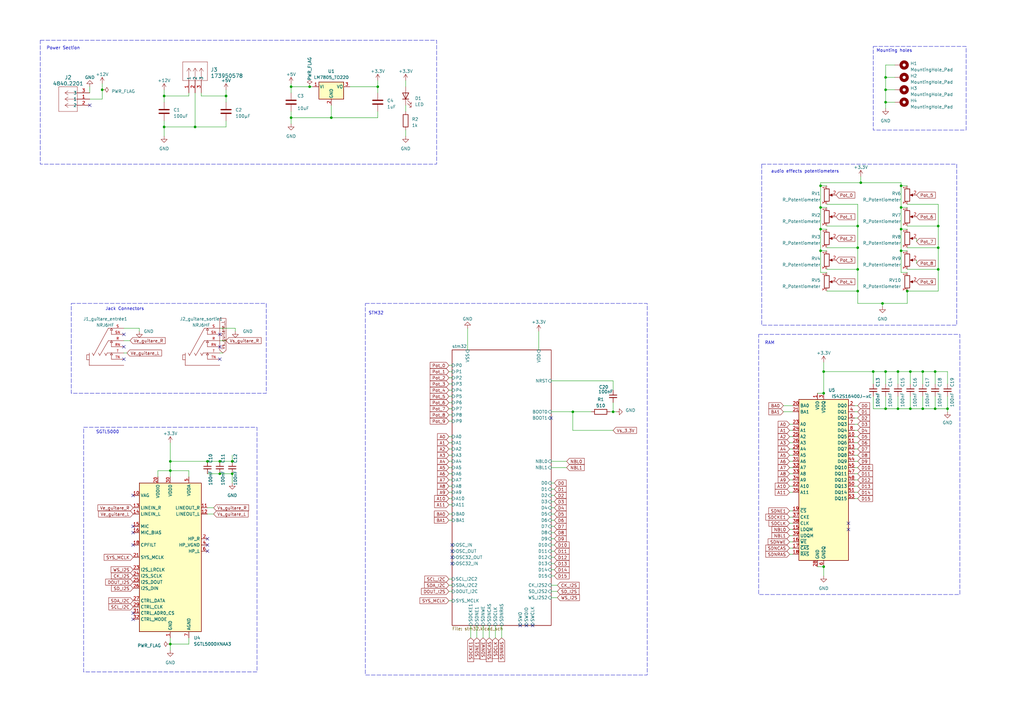
<source format=kicad_sch>
(kicad_sch (version 20230121) (generator eeschema)
  (paper "A3")
  (title_block (title "Schéma electrique de la pédale multi-effets") (date "2023-10-17") (company "PME - ENSEA") (comment 1 "Camille LANFREDI") (comment 2 "Jolan Thomasset") (comment 3 "Luca Crosetto"))
  (lib_symbols
    (symbol "2023-11-07_22-49-07:4840.2201" (pin_names (offset 0.254))
      (property "Reference" "J" (at 8.89 6.35 0))
      (property "Value" "4840.2201" (at 0 0 0))
      (symbol "4840.2201_1_1"
        (pin unspecified line (at 0 -2.54 0) (length 5.08) (name "1") (number "1"))
        (pin unspecified line (at 0 0 0) (length 5.08) (name "2") (number "2"))
        (pin unspecified line (at 0 -5.08 0) (length 5.08) (name "3") (number "3"))
      )
      (symbol "4840.2201_1_2"
        (pin unspecified line (at 0 -2.54 0) (length 5.08) (name "1") (number "1"))
        (pin unspecified line (at 0 0 0) (length 5.08) (name "2") (number "2"))
        (pin unspecified line (at 0 -5.08 0) (length 5.08) (name "3") (number "3"))
      )
    )
    (symbol "Audio:SGTL5000XNAA3"
      (property "Reference" "U" (at 0 0 0))
      (property "Value" "SGTL5000XNAA3" (at -7.62 -31.75 0))
      (symbol "SGTL5000XNAA3_1_1"
        (pin power_in line (at 0 -33.02 90) (length 2.54) (name "GND") (number "1"))
        (pin passive line (at -15.24 25.4 0) (length 2.54) (name "VAG") (number "10"))
        (pin output line (at 15.24 20.32 180) (length 2.54) (name "LINEOUT_R") (number "11"))
        (pin output line (at 15.24 17.78 180) (length 2.54) (name "LINEOUT_L") (number "12"))
        (pin input line (at -15.24 20.32 0) (length 2.54) (name "LINEIN_R") (number "13"))
        (pin input line (at -15.24 17.78 0) (length 2.54) (name "LINEIN_L") (number "14"))
        (pin input line (at -15.24 12.7 0) (length 2.54) (name "MIC") (number "15"))
        (pin input line (at -15.24 10.16 0) (length 2.54) (name "MIC_BIAS") (number "16"))
        (pin no_connect line (at 10.16 -20.32 0) (length 2.54) hide (name "NC") (number "17"))
        (pin input line (at -15.24 5.08 0) (length 2.54) (name "CPFILT") (number "18"))
        (pin no_connect line (at 10.16 -2.54 0) (length 2.54) hide (name "NC") (number "19"))
        (pin output line (at 15.24 7.62 180) (length 2.54) (name "HP_R") (number "2"))
        (pin power_in line (at -5.08 33.02 270) (length 2.54) (name "VDDIO") (number "20"))
        (pin input line (at -15.24 0 0) (length 2.54) (name "SYS_MCLK") (number "21"))
        (pin no_connect line (at 10.16 -5.08 0) (length 2.54) hide (name "NC") (number "22"))
        (pin input line (at -15.24 -5.08 0) (length 2.54) (name "I2S_LRCLK") (number "23"))
        (pin input line (at -15.24 -7.62 0) (length 2.54) (name "I2S_SCLK") (number "24"))
        (pin output line (at -15.24 -10.16 0) (length 2.54) (name "I2S_DOUT") (number "25"))
        (pin input line (at -15.24 -12.7 0) (length 2.54) (name "I2S_DIN") (number "26"))
        (pin input line (at -15.24 -17.78 0) (length 2.54) (name "CTRL_DATA") (number "27"))
        (pin no_connect line (at 10.16 -7.62 0) (length 2.54) hide (name "NC") (number "28"))
        (pin input line (at -15.24 -20.32 0) (length 2.54) (name "CTRL_CLK") (number "29"))
        (pin passive line (at 0 -33.02 90) (length 2.54) hide (name "GND") (number "3"))
        (pin power_in line (at 0 33.02 270) (length 2.54) (name "VDDD") (number "30"))
        (pin input line (at -15.24 -22.86 0) (length 2.54) (name "CTRL_ADR0_CS") (number "31"))
        (pin input line (at -15.24 -25.4 0) (length 2.54) (name "CTRL_MODE") (number "32"))
        (pin passive line (at 0 -33.02 90) (length 2.54) hide (name "GND") (number "33"))
        (pin power_out line (at 15.24 5.08 180) (length 2.54) (name "HP_VGND") (number "4"))
        (pin power_in line (at 7.62 33.02 270) (length 2.54) (name "VDDA") (number "5"))
        (pin output line (at 15.24 2.54 180) (length 2.54) (name "HP_L") (number "6"))
        (pin power_in line (at 7.62 -33.02 90) (length 2.54) (name "AGND") (number "7"))
        (pin no_connect line (at 10.16 -15.24 0) (length 2.54) hide (name "NC") (number "8"))
        (pin no_connect line (at 10.16 -17.78 0) (length 2.54) hide (name "NC") (number "9"))
      )
    )
    (symbol "Device:C" (pin_numbers hide) (pin_names (offset 0.254))
      (property "Reference" "C" (at 0.635 2.54 0))
      (property "Value" "C" (at 0.635 -2.54 0))
      (symbol "C_1_1"
        (pin passive line (at 0 3.81 270) (length 2.794) (name "~") (number "1"))
        (pin passive line (at 0 -3.81 90) (length 2.794) (name "~") (number "2"))
      )
    )
    (symbol "Device:C_Small" (pin_numbers hide) (pin_names (offset 0.254) hide)
      (property "Reference" "C" (at 0.254 1.778 0))
      (property "Value" "C_Small" (at 0.254 -2.032 0))
      (symbol "C_Small_1_1"
        (pin passive line (at 0 2.54 270) (length 2.032) (name "~") (number "1"))
        (pin passive line (at 0 -2.54 90) (length 2.032) (name "~") (number "2"))
      )
    )
    (symbol "Device:LED" (pin_numbers hide) (pin_names (offset 1.016) hide)
      (property "Reference" "D" (at 0 2.54 0))
      (property "Value" "LED" (at 0 -2.54 0))
      (symbol "LED_1_1"
        (pin passive line (at -3.81 0 0) (length 2.54) (name "K") (number "1"))
        (pin passive line (at 3.81 0 180) (length 2.54) (name "A") (number "2"))
      )
    )
    (symbol "Device:R" (pin_numbers hide) (pin_names (offset 0))
      (property "Reference" "R" (at 2.032 0 90))
      (property "Value" "R" (at 0 0 90))
      (symbol "R_1_1"
        (pin passive line (at 0 3.81 270) (length 1.27) (name "~") (number "1"))
        (pin passive line (at 0 -3.81 90) (length 1.27) (name "~") (number "2"))
      )
    )
    (symbol "Device:R_Potentiometer" (pin_names (offset 1.016) hide)
      (property "Reference" "RV" (at -4.445 0 90))
      (property "Value" "R_Potentiometer" (at -2.54 0 90))
      (symbol "R_Potentiometer_1_1"
        (pin passive line (at 0 3.81 270) (length 1.27) (name "1") (number "1"))
        (pin passive line (at 3.81 0 180) (length 1.27) (name "2") (number "2"))
        (pin passive line (at 0 -3.81 90) (length 1.27) (name "3") (number "3"))
      )
    )
    (symbol "Mechanical:MountingHole_Pad" (pin_numbers hide) (pin_names (offset 1.016) hide)
      (property "Reference" "H" (at 0 6.35 0))
      (property "Value" "MountingHole_Pad" (at 0 4.445 0))
      (symbol "MountingHole_Pad_1_1"
        (pin input line (at 0 -2.54 90) (length 2.54) (name "1") (number "1"))
      )
    )
    (symbol "Memory_RAM:IS42S16400J-xC"
      (property "Reference" "U" (at -8.89 34.29 0))
      (property "Value" "IS42S16400J-xC" (at 8.89 34.29 0))
      (symbol "IS42S16400J-xC_1_1"
        (pin power_in line (at -2.54 35.56 270) (length 2.54) (name "VDD") (number "1"))
        (pin bidirectional line (at 12.7 17.78 180) (length 2.54) (name "DQ5") (number "10"))
        (pin bidirectional line (at 12.7 15.24 180) (length 2.54) (name "DQ6") (number "11"))
        (pin passive line (at 0 -35.56 90) (length 2.54) hide (name "GNDQ") (number "12"))
        (pin bidirectional line (at 12.7 12.7 180) (length 2.54) (name "DQ7") (number "13"))
        (pin passive line (at -2.54 35.56 270) (length 2.54) hide (name "VDD") (number "14"))
        (pin input line (at -12.7 -20.32 0) (length 2.54) (name "LDQM") (number "15"))
        (pin input line (at -12.7 -25.4 0) (length 2.54) (name "~{WE}") (number "16"))
        (pin input line (at -12.7 -27.94 0) (length 2.54) (name "~{CAS}") (number "17"))
        (pin input line (at -12.7 -30.48 0) (length 2.54) (name "~{RAS}") (number "18"))
        (pin input line (at -12.7 -12.7 0) (length 2.54) (name "~{CS}") (number "19"))
        (pin bidirectional line (at 12.7 30.48 180) (length 2.54) (name "DQ0") (number "2"))
        (pin input line (at -12.7 30.48 0) (length 2.54) (name "BA0") (number "20"))
        (pin input line (at -12.7 27.94 0) (length 2.54) (name "BA1") (number "21"))
        (pin input line (at -12.7 -2.54 0) (length 2.54) (name "A10") (number "22"))
        (pin input line (at -12.7 22.86 0) (length 2.54) (name "A0") (number "23"))
        (pin input line (at -12.7 20.32 0) (length 2.54) (name "A1") (number "24"))
        (pin input line (at -12.7 17.78 0) (length 2.54) (name "A2") (number "25"))
        (pin input line (at -12.7 15.24 0) (length 2.54) (name "A3") (number "26"))
        (pin passive line (at -2.54 35.56 270) (length 2.54) hide (name "VDD") (number "27"))
        (pin power_in line (at -2.54 -35.56 90) (length 2.54) (name "GND") (number "28"))
        (pin input line (at -12.7 12.7 0) (length 2.54) (name "A4") (number "29"))
        (pin power_in line (at 0 35.56 270) (length 2.54) (name "VDDQ") (number "3"))
        (pin input line (at -12.7 10.16 0) (length 2.54) (name "A5") (number "30"))
        (pin input line (at -12.7 7.62 0) (length 2.54) (name "A6") (number "31"))
        (pin input line (at -12.7 5.08 0) (length 2.54) (name "A7") (number "32"))
        (pin input line (at -12.7 2.54 0) (length 2.54) (name "A8") (number "33"))
        (pin input line (at -12.7 0 0) (length 2.54) (name "A9") (number "34"))
        (pin input line (at -12.7 -5.08 0) (length 2.54) (name "A11") (number "35"))
        (pin no_connect line (at 10.16 -17.78 180) (length 2.54) hide (name "NC") (number "36"))
        (pin input line (at -12.7 -15.24 0) (length 2.54) (name "CKE") (number "37"))
        (pin input line (at -12.7 -17.78 0) (length 2.54) (name "CLK") (number "38"))
        (pin input line (at -12.7 -22.86 0) (length 2.54) (name "UDQM") (number "39"))
        (pin bidirectional line (at 12.7 27.94 180) (length 2.54) (name "DQ1") (number "4"))
        (pin no_connect line (at 10.16 -20.32 180) (length 2.54) hide (name "NC") (number "40"))
        (pin passive line (at -2.54 -35.56 90) (length 2.54) hide (name "GND") (number "41"))
        (pin bidirectional line (at 12.7 10.16 180) (length 2.54) (name "DQ8") (number "42"))
        (pin passive line (at 0 35.56 270) (length 2.54) hide (name "VDDQ") (number "43"))
        (pin bidirectional line (at 12.7 7.62 180) (length 2.54) (name "DQ9") (number "44"))
        (pin bidirectional line (at 12.7 5.08 180) (length 2.54) (name "DQ10") (number "45"))
        (pin passive line (at 0 -35.56 90) (length 2.54) hide (name "GNDQ") (number "46"))
        (pin bidirectional line (at 12.7 2.54 180) (length 2.54) (name "DQ11") (number "47"))
        (pin bidirectional line (at 12.7 0 180) (length 2.54) (name "DQ12") (number "48"))
        (pin passive line (at 0 35.56 270) (length 2.54) hide (name "VDDQ") (number "49"))
        (pin bidirectional line (at 12.7 25.4 180) (length 2.54) (name "DQ2") (number "5"))
        (pin bidirectional line (at 12.7 -2.54 180) (length 2.54) (name "DQ13") (number "50"))
        (pin bidirectional line (at 12.7 -5.08 180) (length 2.54) (name "DQ14") (number "51"))
        (pin passive line (at 0 -35.56 90) (length 2.54) hide (name "GNDQ") (number "52"))
        (pin bidirectional line (at 12.7 -7.62 180) (length 2.54) (name "DQ15") (number "53"))
        (pin passive line (at -2.54 -35.56 90) (length 2.54) hide (name "GND") (number "54"))
        (pin power_in line (at 0 -35.56 90) (length 2.54) (name "GNDQ") (number "6"))
        (pin bidirectional line (at 12.7 22.86 180) (length 2.54) (name "DQ3") (number "7"))
        (pin bidirectional line (at 12.7 20.32 180) (length 2.54) (name "DQ4") (number "8"))
        (pin passive line (at 0 35.56 270) (length 2.54) hide (name "VDDQ") (number "9"))
      )
    )
    (symbol "NRJ6HF:NRJ6HF" (pin_names (offset 1.016))
      (property "Reference" "J" (at -4.0676 9.4019 0))
      (property "Value" "NRJ6HF" (at -4.0738 -10.9367 0))
      (symbol "NRJ6HF_0_0"
        (pin passive line (at 7.62 2.54 180) (length 5.08) (name "~") (number "R"))
        (pin passive line (at 7.62 0 180) (length 5.08) (name "~") (number "RN"))
        (pin passive line (at 7.62 7.62 180) (length 5.08) (name "~") (number "S"))
        (pin passive line (at 7.62 5.08 180) (length 5.08) (name "~") (number "SN"))
        (pin passive line (at 7.62 -2.54 180) (length 5.08) (name "~") (number "T"))
        (pin passive line (at 7.62 -5.08 180) (length 5.08) (name "~") (number "TN"))
      )
    )
    (symbol "Regulator 5V:173950578" (pin_names (offset 0.254))
      (property "Reference" "J" (at 8.89 6.35 0))
      (property "Value" "173950578" (at 0 0 0))
      (symbol "173950578_0_1"
        (pin unspecified line (at 0 0 0) (length 5.08) (name "1") (number "1"))
        (pin unspecified line (at 0 -2.54 0) (length 5.08) (name "2") (number "2"))
        (pin unspecified line (at 0 -5.08 0) (length 5.08) (name "3") (number "3"))
      )
    )
    (symbol "Regulator_Linear:LM7805_TO220" (pin_names (offset 0.254))
      (property "Reference" "U" (at -3.81 3.175 0))
      (property "Value" "LM7805_TO220" (at 0 3.175 0))
      (symbol "LM7805_TO220_1_1"
        (pin power_in line (at -7.62 0 0) (length 2.54) (name "VI") (number "1"))
        (pin power_in line (at 0 -7.62 90) (length 2.54) (name "GND") (number "2"))
        (pin power_out line (at 7.62 0 180) (length 2.54) (name "VO") (number "3"))
      )
    )
    (symbol "power:+12V" (power) (pin_names (offset 0))
      (property "Value" "+12V" (at 0 3.556 0))
      (symbol "+12V_1_1"
        (pin power_in line (at 0 0 90) (length 0) hide (name "+12V") (number "1"))
      )
    )
    (symbol "power:+3.3V" (power) (pin_names (offset 0))
      (property "Value" "+3.3V" (at 0 3.556 0))
      (symbol "+3.3V_1_1"
        (pin power_in line (at 0 0 90) (length 0) hide (name "+3.3V") (number "1"))
      )
    )
    (symbol "power:+5V" (power) (pin_names (offset 0))
      (property "Value" "+5V" (at 0 3.556 0))
      (symbol "+5V_1_1"
        (pin power_in line (at 0 0 90) (length 0) hide (name "+5V") (number "1"))
      )
    )
    (symbol "power:GND" (power) (pin_names (offset 0))
      (property "Value" "GND" (at 0 -3.81 0))
      (symbol "GND_1_1"
        (pin power_in line (at 0 0 270) (length 0) hide (name "GND") (number "1"))
      )
    )
    (symbol "power:PWR_FLAG" (power) (pin_numbers hide) (pin_names (offset 0) hide)
      (property "Value" "PWR_FLAG" (at 0 3.81 0))
      (symbol "PWR_FLAG_0_0"
        (pin power_out line (at 0 0 90) (length 0) (name "pwr") (number "1"))
      )
    )
  )
  (junction (at 337.82 152.4))
  (junction (at 361.95 124.46))
  (junction (at 368.3 152.4))
  (junction (at 388.62 167.64))
  (junction (at 67.31 52.07))
  (junction (at 363.22 31.75))
  (junction (at 373.38 167.64))
  (junction (at 353.06 74.93))
  (junction (at 372.11 119.38))
  (junction (at 378.46 167.64))
  (junction (at 351.79 92.71))
  (junction (at 384.81 92.71))
  (junction (at 92.71 39.37))
  (junction (at 336.55 76.2))
  (junction (at 69.85 193.04))
  (junction (at 336.55 102.87))
  (junction (at 363.22 152.4))
  (junction (at 336.55 85.09))
  (junction (at 378.46 152.4))
  (junction (at 337.82 161.29))
  (junction (at 127 35.56))
  (junction (at 369.57 102.87))
  (junction (at 90.17 189.23))
  (junction (at 369.57 85.09))
  (junction (at 351.79 101.6))
  (junction (at 351.79 119.38))
  (junction (at 337.82 232.41))
  (junction (at 383.54 152.4))
  (junction (at 41.91 36.83))
  (junction (at 85.09 189.23))
  (junction (at 251.46 168.91))
  (junction (at 154.94 35.56))
  (junction (at 384.81 110.49))
  (junction (at 67.31 39.37))
  (junction (at 363.22 167.64))
  (junction (at 369.57 76.2))
  (junction (at 358.14 152.4))
  (junction (at 119.38 35.56))
  (junction (at 119.38 48.26))
  (junction (at 383.54 167.64))
  (junction (at 135.89 48.26))
  (junction (at 95.25 189.23))
  (junction (at 80.01 52.07))
  (junction (at 234.95 168.91))
  (junction (at 69.85 264.16))
  (junction (at 363.22 41.91))
  (junction (at 90.17 194.31))
  (junction (at 368.3 167.64))
  (junction (at 336.55 93.98))
  (junction (at 384.81 101.6))
  (junction (at 95.25 194.31))
  (junction (at 373.38 152.4))
  (junction (at 69.85 189.23))
  (junction (at 363.22 36.83))
  (junction (at 351.79 110.49))
  (junction (at 369.57 93.98))
  (no_connect (at 185.42 226.06))
  (no_connect (at 347.98 214.63))
  (no_connect (at 185.42 228.6))
  (no_connect (at 54.61 215.9))
  (no_connect (at 50.8 142.24))
  (no_connect (at 347.98 217.17))
  (no_connect (at 185.42 231.14))
  (no_connect (at 215.9 256.54))
  (no_connect (at 54.61 254))
  (no_connect (at 50.8 137.16))
  (no_connect (at 50.8 147.32))
  (no_connect (at 185.42 223.52))
  (no_connect (at 226.06 171.45))
  (no_connect (at 213.36 256.54))
  (no_connect (at 54.61 218.44))
  (no_connect (at 54.61 223.52))
  (no_connect (at 85.09 226.06))
  (no_connect (at 36.83 43.18))
  (no_connect (at 90.17 137.16))
  (no_connect (at 90.17 147.32))
  (no_connect (at 85.09 223.52))
  (no_connect (at 90.17 142.24))
  (no_connect (at 54.61 251.46))
  (no_connect (at 218.44 256.54))
  (no_connect (at 54.61 203.2))
  (no_connect (at 85.09 220.98))
  (wire (pts (xy 36.83 35.56) (xy 36.83 38.1)))
  (wire (pts (xy 95.25 186.69) (xy 95.25 189.23)))
  (wire (pts (xy 383.54 167.64) (xy 383.54 162.56)))
  (wire (pts (xy 226.06 233.68) (xy 227.33 233.68)))
  (wire (pts (xy 375.92 106.68) (xy 375.92 107.95)))
  (wire (pts (xy 119.38 50.8) (xy 119.38 48.26)))
  (wire (pts (xy 85.09 194.31) (xy 90.17 194.31)))
  (wire (pts (xy 77.47 261.62) (xy 77.47 264.16)))
  (wire (pts (xy 323.85 196.85) (xy 325.12 196.85)))
  (wire (pts (xy 67.31 49.53) (xy 67.31 52.07)))
  (wire (pts (xy 323.85 212.09) (xy 325.12 212.09)))
  (wire (pts (xy 154.94 33.02) (xy 154.94 35.56)))
  (wire (pts (xy 321.31 166.37) (xy 325.12 166.37)))
  (wire (pts (xy 383.54 167.64) (xy 388.62 167.64)))
  (wire (pts (xy 351.79 173.99) (xy 350.52 173.99)))
  (wire (pts (xy 90.17 139.7) (xy 92.71 139.7)))
  (wire (pts (xy 336.55 93.98) (xy 336.55 102.87)))
  (wire (pts (xy 368.3 167.64) (xy 373.38 167.64)))
  (wire (pts (xy 351.79 83.82) (xy 351.79 92.71)))
  (wire (pts (xy 184.15 191.77) (xy 185.42 191.77)))
  (wire (pts (xy 184.15 152.4) (xy 185.42 152.4)))
  (wire (pts (xy 368.3 152.4) (xy 373.38 152.4)))
  (wire (pts (xy 323.85 173.99) (xy 325.12 173.99)))
  (wire (pts (xy 383.54 157.48) (xy 383.54 152.4)))
  (wire (pts (xy 351.79 171.45) (xy 350.52 171.45)))
  (wire (pts (xy 50.8 139.7) (xy 53.34 139.7)))
  (wire (pts (xy 388.62 152.4) (xy 383.54 152.4)))
  (wire (pts (xy 166.37 43.18) (xy 166.37 45.72)))
  (wire (pts (xy 184.15 149.86) (xy 185.42 149.86)))
  (wire (pts (xy 184.15 162.56) (xy 185.42 162.56)))
  (wire (pts (xy 184.15 242.57) (xy 185.42 242.57)))
  (wire (pts (xy 119.38 45.72) (xy 119.38 48.26)))
  (wire (pts (xy 373.38 152.4) (xy 373.38 157.48)))
  (wire (pts (xy 82.55 38.1) (xy 82.55 39.37)))
  (wire (pts (xy 57.15 134.62) (xy 57.15 135.89)))
  (wire (pts (xy 251.46 168.91) (xy 250.19 168.91)))
  (wire (pts (xy 234.95 176.53) (xy 251.46 176.53)))
  (wire (pts (xy 323.85 209.55) (xy 325.12 209.55)))
  (wire (pts (xy 184.15 207.01) (xy 185.42 207.01)))
  (wire (pts (xy 339.09 92.71) (xy 351.79 92.71)))
  (wire (pts (xy 226.06 245.11) (xy 228.6 245.11)))
  (wire (pts (xy 351.79 101.6) (xy 339.09 101.6)))
  (wire (pts (xy 323.85 184.15) (xy 325.12 184.15)))
  (wire (pts (xy 92.71 39.37) (xy 92.71 41.91)))
  (wire (pts (xy 363.22 41.91) (xy 367.03 41.91)))
  (wire (pts (xy 80.01 38.1) (xy 80.01 52.07)))
  (wire (pts (xy 77.47 39.37) (xy 77.47 38.1)))
  (wire (pts (xy 337.82 152.4) (xy 358.14 152.4)))
  (wire (pts (xy 358.14 152.4) (xy 363.22 152.4)))
  (wire (pts (xy 372.11 83.82) (xy 384.81 83.82)))
  (wire (pts (xy 323.85 214.63) (xy 325.12 214.63)))
  (wire (pts (xy 226.06 231.14) (xy 227.33 231.14)))
  (wire (pts (xy 64.77 193.04) (xy 64.77 195.58)))
  (wire (pts (xy 384.81 110.49) (xy 384.81 119.38)))
  (wire (pts (xy 339.09 102.87) (xy 336.55 102.87)))
  (wire (pts (xy 351.79 179.07) (xy 350.52 179.07)))
  (wire (pts (xy 351.79 110.49) (xy 339.09 110.49)))
  (wire (pts (xy 90.17 189.23) (xy 95.25 189.23)))
  (wire (pts (xy 184.15 186.69) (xy 185.42 186.69)))
  (wire (pts (xy 184.15 154.94) (xy 185.42 154.94)))
  (wire (pts (xy 119.38 35.56) (xy 119.38 38.1)))
  (wire (pts (xy 41.91 36.83) (xy 41.91 34.29)))
  (wire (pts (xy 226.06 198.12) (xy 227.33 198.12)))
  (wire (pts (xy 184.15 204.47) (xy 185.42 204.47)))
  (wire (pts (xy 154.94 45.72) (xy 154.94 48.26)))
  (wire (pts (xy 372.11 85.09) (xy 369.57 85.09)))
  (wire (pts (xy 323.85 224.79) (xy 325.12 224.79)))
  (wire (pts (xy 363.22 36.83) (xy 363.22 41.91)))
  (wire (pts (xy 384.81 110.49) (xy 372.11 110.49)))
  (wire (pts (xy 339.09 93.98) (xy 336.55 93.98)))
  (wire (pts (xy 363.22 41.91) (xy 363.22 44.45)))
  (wire (pts (xy 351.79 101.6) (xy 351.79 110.49)))
  (wire (pts (xy 226.06 205.74) (xy 227.33 205.74)))
  (wire (pts (xy 184.15 201.93) (xy 185.42 201.93)))
  (wire (pts (xy 367.03 26.67) (xy 363.22 26.67)))
  (wire (pts (xy 251.46 165.1) (xy 251.46 168.91)))
  (wire (pts (xy 369.57 93.98) (xy 369.57 102.87)))
  (wire (pts (xy 69.85 181.61) (xy 69.85 189.23)))
  (wire (pts (xy 351.79 168.91) (xy 350.52 168.91)))
  (wire (pts (xy 373.38 162.56) (xy 373.38 167.64)))
  (wire (pts (xy 184.15 237.49) (xy 185.42 237.49)))
  (wire (pts (xy 373.38 167.64) (xy 378.46 167.64)))
  (wire (pts (xy 361.95 124.46) (xy 372.11 124.46)))
  (wire (pts (xy 69.85 264.16) (xy 69.85 266.7)))
  (wire (pts (xy 358.14 167.64) (xy 363.22 167.64)))
  (wire (pts (xy 252.73 168.91) (xy 251.46 168.91)))
  (wire (pts (xy 336.55 93.98) (xy 336.55 85.09)))
  (wire (pts (xy 198.12 256.54) (xy 198.12 261.62)))
  (wire (pts (xy 337.82 232.41) (xy 337.82 236.22)))
  (wire (pts (xy 184.15 184.15) (xy 185.42 184.15)))
  (wire (pts (xy 184.15 170.18) (xy 185.42 170.18)))
  (wire (pts (xy 384.81 92.71) (xy 384.81 101.6)))
  (wire (pts (xy 369.57 85.09) (xy 369.57 93.98)))
  (wire (pts (xy 351.79 199.39) (xy 350.52 199.39)))
  (wire (pts (xy 226.06 242.57) (xy 228.6 242.57)))
  (wire (pts (xy 384.81 83.82) (xy 384.81 92.71)))
  (wire (pts (xy 119.38 35.56) (xy 127 35.56)))
  (wire (pts (xy 368.3 152.4) (xy 368.3 157.48)))
  (wire (pts (xy 369.57 93.98) (xy 372.11 93.98)))
  (wire (pts (xy 135.89 43.18) (xy 135.89 48.26)))
  (wire (pts (xy 369.57 111.76) (xy 369.57 102.87)))
  (wire (pts (xy 363.22 31.75) (xy 363.22 36.83)))
  (wire (pts (xy 69.85 189.23) (xy 85.09 189.23)))
  (wire (pts (xy 69.85 189.23) (xy 69.85 193.04)))
  (wire (pts (xy 226.06 215.9) (xy 227.33 215.9)))
  (wire (pts (xy 80.01 52.07) (xy 92.71 52.07)))
  (wire (pts (xy 388.62 157.48) (xy 388.62 152.4)))
  (wire (pts (xy 205.74 256.54) (xy 205.74 261.62)))
  (wire (pts (xy 95.25 194.31) (xy 95.25 198.12)))
  (wire (pts (xy 226.06 203.2) (xy 227.33 203.2)))
  (wire (pts (xy 351.79 184.15) (xy 350.52 184.15)))
  (wire (pts (xy 135.89 48.26) (xy 154.94 48.26)))
  (wire (pts (xy 335.28 232.41) (xy 337.82 232.41)))
  (wire (pts (xy 336.55 102.87) (xy 336.55 111.76)))
  (wire (pts (xy 220.98 135.89) (xy 220.98 143.51)))
  (wire (pts (xy 226.06 200.66) (xy 227.33 200.66)))
  (wire (pts (xy 336.55 85.09) (xy 339.09 85.09)))
  (wire (pts (xy 234.95 168.91) (xy 234.95 176.53)))
  (wire (pts (xy 363.22 152.4) (xy 363.22 157.48)))
  (wire (pts (xy 384.81 101.6) (xy 384.81 110.49)))
  (wire (pts (xy 351.79 119.38) (xy 351.79 124.46)))
  (wire (pts (xy 368.3 162.56) (xy 368.3 167.64)))
  (wire (pts (xy 372.11 102.87) (xy 369.57 102.87)))
  (wire (pts (xy 119.38 34.29) (xy 119.38 35.56)))
  (wire (pts (xy 337.82 152.4) (xy 337.82 161.29)))
  (wire (pts (xy 335.28 161.29) (xy 337.82 161.29)))
  (wire (pts (xy 191.77 134.62) (xy 191.77 143.51)))
  (wire (pts (xy 378.46 167.64) (xy 383.54 167.64)))
  (wire (pts (xy 323.85 191.77) (xy 325.12 191.77)))
  (wire (pts (xy 67.31 39.37) (xy 77.47 39.37)))
  (wire (pts (xy 336.55 76.2) (xy 336.55 85.09)))
  (wire (pts (xy 351.79 204.47) (xy 350.52 204.47)))
  (wire (pts (xy 351.79 181.61) (xy 350.52 181.61)))
  (wire (pts (xy 91.44 144.78) (xy 90.17 144.78)))
  (wire (pts (xy 184.15 189.23) (xy 185.42 189.23)))
  (wire (pts (xy 363.22 162.56) (xy 363.22 167.64)))
  (wire (pts (xy 353.06 74.93) (xy 336.55 74.93)))
  (wire (pts (xy 90.17 134.62) (xy 96.52 134.62)))
  (wire (pts (xy 388.62 162.56) (xy 388.62 167.64)))
  (wire (pts (xy 351.79 166.37) (xy 350.52 166.37)))
  (wire (pts (xy 351.79 124.46) (xy 361.95 124.46)))
  (wire (pts (xy 184.15 199.39) (xy 185.42 199.39)))
  (wire (pts (xy 85.09 189.23) (xy 90.17 189.23)))
  (wire (pts (xy 90.17 194.31) (xy 95.25 194.31)))
  (wire (pts (xy 193.04 256.54) (xy 193.04 261.62)))
  (wire (pts (xy 184.15 240.03) (xy 185.42 240.03)))
  (wire (pts (xy 226.06 228.6) (xy 227.33 228.6)))
  (wire (pts (xy 143.51 35.56) (xy 154.94 35.56)))
  (wire (pts (xy 369.57 74.93) (xy 353.06 74.93)))
  (wire (pts (xy 184.15 181.61) (xy 185.42 181.61)))
  (wire (pts (xy 226.06 156.21) (xy 251.46 156.21)))
  (wire (pts (xy 351.79 110.49) (xy 351.79 119.38)))
  (wire (pts (xy 226.06 220.98) (xy 227.33 220.98)))
  (wire (pts (xy 50.8 134.62) (xy 57.15 134.62)))
  (wire (pts (xy 323.85 186.69) (xy 325.12 186.69)))
  (wire (pts (xy 184.15 165.1) (xy 185.42 165.1)))
  (wire (pts (xy 226.06 191.77) (xy 232.41 191.77)))
  (wire (pts (xy 351.79 191.77) (xy 350.52 191.77)))
  (wire (pts (xy 226.06 218.44) (xy 227.33 218.44)))
  (wire (pts (xy 92.71 36.83) (xy 92.71 39.37)))
  (wire (pts (xy 358.14 162.56) (xy 358.14 167.64)))
  (wire (pts (xy 36.83 40.64) (xy 41.91 40.64)))
  (wire (pts (xy 323.85 201.93) (xy 325.12 201.93)))
  (wire (pts (xy 351.79 189.23) (xy 350.52 189.23)))
  (wire (pts (xy 184.15 167.64) (xy 185.42 167.64)))
  (wire (pts (xy 85.09 210.82) (xy 87.63 210.82)))
  (wire (pts (xy 323.85 176.53) (xy 325.12 176.53)))
  (wire (pts (xy 184.15 160.02) (xy 185.42 160.02)))
  (wire (pts (xy 184.15 194.31) (xy 185.42 194.31)))
  (wire (pts (xy 200.66 256.54) (xy 200.66 261.62)))
  (wire (pts (xy 384.81 101.6) (xy 372.11 101.6)))
  (wire (pts (xy 69.85 261.62) (xy 69.85 264.16)))
  (wire (pts (xy 351.79 92.71) (xy 351.79 101.6)))
  (wire (pts (xy 351.79 176.53) (xy 350.52 176.53)))
  (wire (pts (xy 353.06 72.39) (xy 353.06 74.93)))
  (wire (pts (xy 67.31 36.83) (xy 67.31 39.37)))
  (wire (pts (xy 321.31 168.91) (xy 325.12 168.91)))
  (wire (pts (xy 226.06 168.91) (xy 234.95 168.91)))
  (wire (pts (xy 384.81 92.71) (xy 372.11 92.71)))
  (wire (pts (xy 337.82 148.59) (xy 337.82 152.4)))
  (wire (pts (xy 363.22 31.75) (xy 367.03 31.75)))
  (wire (pts (xy 336.55 76.2) (xy 336.55 74.93)))
  (wire (pts (xy 358.14 152.4) (xy 358.14 157.48)))
  (wire (pts (xy 69.85 264.16) (xy 77.47 264.16)))
  (wire (pts (xy 336.55 111.76) (xy 339.09 111.76)))
  (wire (pts (xy 226.06 226.06) (xy 227.33 226.06)))
  (wire (pts (xy 369.57 76.2) (xy 369.57 85.09)))
  (wire (pts (xy 384.81 119.38) (xy 372.11 119.38)))
  (wire (pts (xy 52.07 144.78) (xy 50.8 144.78)))
  (wire (pts (xy 96.52 134.62) (xy 96.52 135.89)))
  (wire (pts (xy 67.31 52.07) (xy 67.31 55.88)))
  (wire (pts (xy 154.94 35.56) (xy 154.94 38.1)))
  (wire (pts (xy 184.15 213.36) (xy 185.42 213.36)))
  (wire (pts (xy 372.11 124.46) (xy 372.11 119.38)))
  (wire (pts (xy 226.06 213.36) (xy 227.33 213.36)))
  (wire (pts (xy 372.11 111.76) (xy 369.57 111.76)))
  (wire (pts (xy 127 35.56) (xy 128.27 35.56)))
  (wire (pts (xy 195.58 256.54) (xy 195.58 261.62)))
  (wire (pts (xy 363.22 36.83) (xy 367.03 36.83)))
  (wire (pts (xy 363.22 152.4) (xy 368.3 152.4)))
  (wire (pts (xy 41.91 40.64) (xy 41.91 36.83)))
  (wire (pts (xy 85.09 208.28) (xy 87.63 208.28)))
  (wire (pts (xy 339.09 83.82) (xy 351.79 83.82)))
  (wire (pts (xy 69.85 193.04) (xy 64.77 193.04)))
  (wire (pts (xy 373.38 152.4) (xy 378.46 152.4)))
  (wire (pts (xy 378.46 162.56) (xy 378.46 167.64)))
  (wire (pts (xy 323.85 189.23) (xy 325.12 189.23)))
  (wire (pts (xy 351.79 201.93) (xy 350.52 201.93)))
  (wire (pts (xy 184.15 172.72) (xy 185.42 172.72)))
  (wire (pts (xy 184.15 196.85) (xy 185.42 196.85)))
  (wire (pts (xy 378.46 152.4) (xy 383.54 152.4)))
  (wire (pts (xy 77.47 195.58) (xy 77.47 193.04)))
  (wire (pts (xy 323.85 219.71) (xy 325.12 219.71)))
  (wire (pts (xy 323.85 227.33) (xy 325.12 227.33)))
  (wire (pts (xy 351.79 196.85) (xy 350.52 196.85)))
  (wire (pts (xy 363.22 26.67) (xy 363.22 31.75)))
  (wire (pts (xy 323.85 179.07) (xy 325.12 179.07)))
  (wire (pts (xy 242.57 168.91) (xy 234.95 168.91)))
  (wire (pts (xy 203.2 256.54) (xy 203.2 261.62)))
  (wire (pts (xy 226.06 189.23) (xy 232.41 189.23)))
  (wire (pts (xy 251.46 156.21) (xy 251.46 160.02)))
  (wire (pts (xy 226.06 223.52) (xy 227.33 223.52)))
  (wire (pts (xy 339.09 76.2) (xy 336.55 76.2)))
  (wire (pts (xy 184.15 210.82) (xy 185.42 210.82)))
  (wire (pts (xy 67.31 39.37) (xy 67.31 41.91)))
  (wire (pts (xy 323.85 217.17) (xy 325.12 217.17)))
  (wire (pts (xy 361.95 124.46) (xy 361.95 125.73)))
  (wire (pts (xy 378.46 152.4) (xy 378.46 157.48)))
  (wire (pts (xy 388.62 167.64) (xy 388.62 168.91)))
  (wire (pts (xy 166.37 33.02) (xy 166.37 35.56)))
  (wire (pts (xy 92.71 49.53) (xy 92.71 52.07)))
  (wire (pts (xy 166.37 53.34) (xy 166.37 55.88)))
  (wire (pts (xy 67.31 52.07) (xy 80.01 52.07)))
  (wire (pts (xy 323.85 199.39) (xy 325.12 199.39)))
  (wire (pts (xy 69.85 195.58) (xy 69.85 193.04)))
  (wire (pts (xy 184.15 157.48) (xy 185.42 157.48)))
  (wire (pts (xy 82.55 39.37) (xy 92.71 39.37)))
  (wire (pts (xy 323.85 181.61) (xy 325.12 181.61)))
  (wire (pts (xy 323.85 222.25) (xy 325.12 222.25)))
  (wire (pts (xy 375.92 97.79) (xy 375.92 99.06)))
  (wire (pts (xy 323.85 194.31) (xy 325.12 194.31)))
  (wire (pts (xy 351.79 194.31) (xy 350.52 194.31)))
  (wire (pts (xy 226.06 236.22) (xy 227.33 236.22)))
  (wire (pts (xy 226.06 208.28) (xy 227.33 208.28)))
  (wire (pts (xy 184.15 246.38) (xy 185.42 246.38)))
  (wire (pts (xy 351.79 119.38) (xy 339.09 119.38)))
  (wire (pts (xy 372.11 76.2) (xy 369.57 76.2)))
  (wire (pts (xy 69.85 193.04) (xy 77.47 193.04)))
  (wire (pts (xy 351.79 186.69) (xy 350.52 186.69)))
  (wire (pts (xy 369.57 76.2) (xy 369.57 74.93)))
  (wire (pts (xy 363.22 167.64) (xy 368.3 167.64)))
  (wire (pts (xy 226.06 210.82) (xy 227.33 210.82)))
  (wire (pts (xy 119.38 48.26) (xy 135.89 48.26)))
  (wire (pts (xy 184.15 179.07) (xy 185.42 179.07)))
  (wire (pts (xy 226.06 240.03) (xy 228.6 240.03)))
  (rectangle (start 34.29 175.26) (end 105.41 275.59) (stroke (width 0) (type dash)))
  (rectangle (start 16.51 16.51) (end 179.07 67.31) (stroke (width 0) (type dash)))
  (rectangle (start 312.42 67.31) (end 392.43 133.35) (stroke (width 0) (type dash)))
  (rectangle (start 311.15 137.16) (end 393.7 243.84) (stroke (width 0) (type dash)))
  (rectangle (start 358.14 19.05) (end 396.24 53.34) (stroke (width 0) (type dash)))
  (rectangle (start 149.86 124.46) (end 265.43 276.86) (stroke (width 0) (type dash)))
  (rectangle (start 29.21 124.46) (end 109.22 161.29) (stroke (width 0) (type dash)))
  (text "I2S DOUT :  transmettre les données audio numériques vers d'autres composants ou périphériques, comme des amplificateurs audio, des convertisseurs numérique-analogique (DAC), des processeurs de traitement audio, etc." (at -10.16 309.88 0) (effects (font (size 1.27 1.27)) (justify left bottom)))
  (text "STM32\n\n \n" (at 151.13 133.35 0) (effects (font (size 1.27 1.27)) (justify left bottom)))
  (text "RAM\n \n" (at 313.69 143.51 0) (effects (font (size 1.27 1.27)) (justify left bottom)))
  (text "Mounting holes\n" (at 359.41 21.59 0) (effects (font (size 1.27 1.27)) (justify left bottom)))
  (text "SGTL5000\n\n\n \n" (at 39.37 184.15 0) (effects (font (size 1.27 1.27)) (justify left bottom)))
  (text "Power Section\n\n\n\n" (at 19.05 26.67 0) (effects (font (size 1.27 1.27)) (justify left bottom)))
  (text "SYSMCLK est connecté a la clock du µP" (at -10.16 314.96 0) (effects (font (size 1.27 1.27)) (justify left bottom)))
  (text "audio effects potentiometers\n" (at 316.23 71.12 0) (effects (font (size 1.27 1.27)) (justify left bottom)))
  (text "Jack Connectors\n\n" (at 43.18 129.54 0) (effects (font (size 1.27 1.27)) (justify left bottom)))
  (global_label "Pot_5" (shape input) (at 184.15 162.56 180) (property "Intersheetrefs" "${INTERSHEET_REFS}" (effects hide)))
  (global_label "D0" (shape input) (at 351.79 166.37 0) (property "Intersheetrefs" "${INTERSHEET_REFS}" (effects hide)))
  (global_label "D10" (shape input) (at 227.33 223.52 0) (property "Intersheetrefs" "${INTERSHEET_REFS}" (effects hide)))
  (global_label "A4" (shape input) (at 323.85 184.15 180) (property "Intersheetrefs" "${INTERSHEET_REFS}" (effects hide)))
  (global_label "Pot_8" (shape input) (at 375.92 107.95 0) (property "Intersheetrefs" "${INTERSHEET_REFS}" (effects hide)))
  (global_label "A3" (shape input) (at 323.85 181.61 180) (property "Intersheetrefs" "${INTERSHEET_REFS}" (effects hide)))
  (global_label "D8" (shape input) (at 227.33 218.44 0) (property "Intersheetrefs" "${INTERSHEET_REFS}" (effects hide)))
  (global_label "D9" (shape input) (at 351.79 189.23 0) (property "Intersheetrefs" "${INTERSHEET_REFS}" (effects hide)))
  (global_label "D1" (shape input) (at 227.33 200.66 0) (property "Intersheetrefs" "${INTERSHEET_REFS}" (effects hide)))
  (global_label "NBL1" (shape input) (at 323.85 219.71 180) (property "Intersheetrefs" "${INTERSHEET_REFS}" (effects hide)))
  (global_label "A8" (shape input) (at 323.85 194.31 180) (property "Intersheetrefs" "${INTERSHEET_REFS}" (effects hide)))
  (global_label "SDA_I2C" (shape input) (at 54.61 246.38 180) (property "Intersheetrefs" "${INTERSHEET_REFS}" (effects hide)))
  (global_label "Pot_2" (shape input) (at 184.15 154.94 180) (property "Intersheetrefs" "${INTERSHEET_REFS}" (effects hide)))
  (global_label "SDCLK" (shape input) (at 323.85 214.63 180) (property "Intersheetrefs" "${INTERSHEET_REFS}" (effects hide)))
  (global_label "Pot_4" (shape input) (at 184.15 160.02 180) (property "Intersheetrefs" "${INTERSHEET_REFS}" (effects hide)))
  (global_label "D13" (shape input) (at 227.33 231.14 0) (property "Intersheetrefs" "${INTERSHEET_REFS}" (effects hide)))
  (global_label "D2" (shape input) (at 351.79 171.45 0) (property "Intersheetrefs" "${INTERSHEET_REFS}" (effects hide)))
  (global_label "D5" (shape input) (at 227.33 210.82 0) (property "Intersheetrefs" "${INTERSHEET_REFS}" (effects hide)))
  (global_label "SCL_I2C" (shape input) (at 54.61 248.92 180) (property "Intersheetrefs" "${INTERSHEET_REFS}" (effects hide)))
  (global_label "SDA_I2C" (shape input) (at 184.15 240.03 180) (property "Intersheetrefs" "${INTERSHEET_REFS}" (effects hide)))
  (global_label "DOUT_I2S" (shape input) (at 184.15 242.57 180) (property "Intersheetrefs" "${INTERSHEET_REFS}" (effects hide)))
  (global_label "D12" (shape input) (at 351.79 196.85 0) (property "Intersheetrefs" "${INTERSHEET_REFS}" (effects hide)))
  (global_label "Vs_guitare_L" (shape input) (at 87.63 210.82 0) (property "Intersheetrefs" "${INTERSHEET_REFS}" (effects hide)))
  (global_label "D9" (shape input) (at 227.33 220.98 0) (property "Intersheetrefs" "${INTERSHEET_REFS}" (effects hide)))
  (global_label "D4" (shape input) (at 227.33 208.28 0) (property "Intersheetrefs" "${INTERSHEET_REFS}" (effects hide)))
  (global_label "A1" (shape input) (at 184.15 181.61 180) (property "Intersheetrefs" "${INTERSHEET_REFS}" (effects hide)))
  (global_label "NBL1" (shape input) (at 232.41 191.77 0) (property "Intersheetrefs" "${INTERSHEET_REFS}" (effects hide)))
  (global_label "BA0" (shape input) (at 184.15 210.82 180) (property "Intersheetrefs" "${INTERSHEET_REFS}" (effects hide)))
  (global_label "Vs_3,3V" (shape input) (at 251.46 176.53 0) (property "Intersheetrefs" "${INTERSHEET_REFS}" (effects hide)))
  (global_label "D2" (shape input) (at 227.33 203.2 0) (property "Intersheetrefs" "${INTERSHEET_REFS}" (effects hide)))
  (global_label "SYS_MCLK" (shape input) (at 54.61 228.6 180) (property "Intersheetrefs" "${INTERSHEET_REFS}" (effects hide)))
  (global_label "D13" (shape input) (at 351.79 199.39 0) (property "Intersheetrefs" "${INTERSHEET_REFS}" (effects hide)))
  (global_label "NBL0" (shape input) (at 232.41 189.23 0) (property "Intersheetrefs" "${INTERSHEET_REFS}" (effects hide)))
  (global_label "A2" (shape input) (at 323.85 179.07 180) (property "Intersheetrefs" "${INTERSHEET_REFS}" (effects hide)))
  (global_label "Pot_7" (shape input) (at 184.15 167.64 180) (property "Intersheetrefs" "${INTERSHEET_REFS}" (effects hide)))
  (global_label "Pot_4" (shape input) (at 342.9 115.57 0) (property "Intersheetrefs" "${INTERSHEET_REFS}" (effects hide)))
  (global_label "NBL0" (shape input) (at 323.85 217.17 180) (property "Intersheetrefs" "${INTERSHEET_REFS}" (effects hide)))
  (global_label "SDNCAS" (shape input) (at 323.85 224.79 180) (property "Intersheetrefs" "${INTERSHEET_REFS}" (effects hide)))
  (global_label "Pot_1" (shape input) (at 342.9 88.9 0) (property "Intersheetrefs" "${INTERSHEET_REFS}" (effects hide)))
  (global_label "Ve_guitare_R" (shape input) (at 54.61 208.28 180) (property "Intersheetrefs" "${INTERSHEET_REFS}" (effects hide)))
  (global_label "BA0" (shape input) (at 321.31 166.37 180) (property "Intersheetrefs" "${INTERSHEET_REFS}" (effects hide)))
  (global_label "SDNE1" (shape input) (at 323.85 209.55 180) (property "Intersheetrefs" "${INTERSHEET_REFS}" (effects hide)))
  (global_label "A1" (shape input) (at 323.85 176.53 180) (property "Intersheetrefs" "${INTERSHEET_REFS}" (effects hide)))
  (global_label "A3" (shape input) (at 184.15 186.69 180) (property "Intersheetrefs" "${INTERSHEET_REFS}" (effects hide)))
  (global_label "A0" (shape input) (at 184.15 179.07 180) (property "Intersheetrefs" "${INTERSHEET_REFS}" (effects hide)))
  (global_label "SDCKE1" (shape input) (at 323.85 212.09 180) (property "Intersheetrefs" "${INTERSHEET_REFS}" (effects hide)))
  (global_label "SDCLK" (shape input) (at 203.2 261.62 270) (property "Intersheetrefs" "${INTERSHEET_REFS}" (effects hide)))
  (global_label "Ve_guitare_L" (shape input) (at 54.61 210.82 180) (property "Intersheetrefs" "${INTERSHEET_REFS}" (effects hide)))
  (global_label "Ve_guitare_L" (shape input) (at 52.07 144.78 0) (property "Intersheetrefs" "${INTERSHEET_REFS}" (effects hide)))
  (global_label "D6" (shape input) (at 227.33 213.36 0) (property "Intersheetrefs" "${INTERSHEET_REFS}" (effects hide)))
  (global_label "WS_I2S" (shape input) (at 228.6 245.11 0) (property "Intersheetrefs" "${INTERSHEET_REFS}" (effects hide)))
  (global_label "D1" (shape input) (at 351.79 168.91 0) (property "Intersheetrefs" "${INTERSHEET_REFS}" (effects hide)))
  (global_label "A6" (shape input) (at 323.85 189.23 180) (property "Intersheetrefs" "${INTERSHEET_REFS}" (effects hide)))
  (global_label "A0" (shape input) (at 323.85 173.99 180) (property "Intersheetrefs" "${INTERSHEET_REFS}" (effects hide)))
  (global_label "Pot_0" (shape input) (at 184.15 149.86 180) (property "Intersheetrefs" "${INTERSHEET_REFS}" (effects hide)))
  (global_label "Pot_6" (shape input) (at 184.15 165.1 180) (property "Intersheetrefs" "${INTERSHEET_REFS}" (effects hide)))
  (global_label "Pot_9" (shape input) (at 184.15 172.72 180) (property "Intersheetrefs" "${INTERSHEET_REFS}" (effects hide)))
  (global_label "Vs_guitare_R" (shape input) (at 92.71 139.7 0) (property "Intersheetrefs" "${INTERSHEET_REFS}" (effects hide)))
  (global_label "DOUT_I2S" (shape input) (at 54.61 238.76 180) (property "Intersheetrefs" "${INTERSHEET_REFS}" (effects hide)))
  (global_label "SDNE1" (shape input) (at 195.58 261.62 270) (property "Intersheetrefs" "${INTERSHEET_REFS}" (effects hide)))
  (global_label "Pot_2" (shape input) (at 342.9 97.79 0) (property "Intersheetrefs" "${INTERSHEET_REFS}" (effects hide)))
  (global_label "D11" (shape input) (at 227.33 226.06 0) (property "Intersheetrefs" "${INTERSHEET_REFS}" (effects hide)))
  (global_label "D7" (shape input) (at 227.33 215.9 0) (property "Intersheetrefs" "${INTERSHEET_REFS}" (effects hide)))
  (global_label "A7" (shape input) (at 184.15 196.85 180) (property "Intersheetrefs" "${INTERSHEET_REFS}" (effects hide)))
  (global_label "D12" (shape input) (at 227.33 228.6 0) (property "Intersheetrefs" "${INTERSHEET_REFS}" (effects hide)))
  (global_label "D3" (shape input) (at 351.79 173.99 0) (property "Intersheetrefs" "${INTERSHEET_REFS}" (effects hide)))
  (global_label "SD_I2S" (shape input) (at 228.6 242.57 0) (property "Intersheetrefs" "${INTERSHEET_REFS}" (effects hide)))
  (global_label "D14" (shape input) (at 227.33 233.68 0) (property "Intersheetrefs" "${INTERSHEET_REFS}" (effects hide)))
  (global_label "A11" (shape input) (at 184.15 207.01 180) (property "Intersheetrefs" "${INTERSHEET_REFS}" (effects hide)))
  (global_label "CK_I2S" (shape input) (at 54.61 236.22 180) (property "Intersheetrefs" "${INTERSHEET_REFS}" (effects hide)))
  (global_label "SYS_MCLK" (shape input) (at 184.15 246.38 180) (property "Intersheetrefs" "${INTERSHEET_REFS}" (effects hide)))
  (global_label "A5" (shape input) (at 184.15 191.77 180) (property "Intersheetrefs" "${INTERSHEET_REFS}" (effects hide)))
  (global_label "Vs_guitare_L" (shape input) (at 91.44 144.78 90) (property "Intersheetrefs" "${INTERSHEET_REFS}" (effects hide)))
  (global_label "Pot_6" (shape input) (at 375.92 88.9 0) (property "Intersheetrefs" "${INTERSHEET_REFS}" (effects hide)))
  (global_label "SDNRAS" (shape input) (at 205.74 261.62 270) (property "Intersheetrefs" "${INTERSHEET_REFS}" (effects hide)))
  (global_label "SCL_I2C" (shape input) (at 184.15 237.49 180) (property "Intersheetrefs" "${INTERSHEET_REFS}" (effects hide)))
  (global_label "Pot_0" (shape input) (at 342.9 80.01 0) (property "Intersheetrefs" "${INTERSHEET_REFS}" (effects hide)))
  (global_label "D7" (shape input) (at 351.79 184.15 0) (property "Intersheetrefs" "${INTERSHEET_REFS}" (effects hide)))
  (global_label "D6" (shape input) (at 351.79 181.61 0) (property "Intersheetrefs" "${INTERSHEET_REFS}" (effects hide)))
  (global_label "D0" (shape input) (at 227.33 198.12 0) (property "Intersheetrefs" "${INTERSHEET_REFS}" (effects hide)))
  (global_label "SDNWE" (shape input) (at 323.85 222.25 180) (property "Intersheetrefs" "${INTERSHEET_REFS}" (effects hide)))
  (global_label "A9" (shape input) (at 323.85 196.85 180) (property "Intersheetrefs" "${INTERSHEET_REFS}" (effects hide)))
  (global_label "Pot_8" (shape input) (at 184.15 170.18 180) (property "Intersheetrefs" "${INTERSHEET_REFS}" (effects hide)))
  (global_label "D5" (shape input) (at 351.79 179.07 0) (property "Intersheetrefs" "${INTERSHEET_REFS}" (effects hide)))
  (global_label "SDNWE" (shape input) (at 198.12 261.62 270) (property "Intersheetrefs" "${INTERSHEET_REFS}" (effects hide)))
  (global_label "A7" (shape input) (at 323.85 191.77 180) (property "Intersheetrefs" "${INTERSHEET_REFS}" (effects hide)))
  (global_label "D15" (shape input) (at 227.33 236.22 0) (property "Intersheetrefs" "${INTERSHEET_REFS}" (effects hide)))
  (global_label "SDNCAS" (shape input) (at 200.66 261.62 270) (property "Intersheetrefs" "${INTERSHEET_REFS}" (effects hide)))
  (global_label "D3" (shape input) (at 227.33 205.74 0) (property "Intersheetrefs" "${INTERSHEET_REFS}" (effects hide)))
  (global_label "A11" (shape input) (at 323.85 201.93 180) (property "Intersheetrefs" "${INTERSHEET_REFS}" (effects hide)))
  (global_label "SDNRAS" (shape input) (at 323.85 227.33 180) (property "Intersheetrefs" "${INTERSHEET_REFS}" (effects hide)))
  (global_label "D10" (shape input) (at 351.79 191.77 0) (property "Intersheetrefs" "${INTERSHEET_REFS}" (effects hide)))
  (global_label "D8" (shape input) (at 351.79 186.69 0) (property "Intersheetrefs" "${INTERSHEET_REFS}" (effects hide)))
  (global_label "BA1" (shape input) (at 184.15 213.36 180) (property "Intersheetrefs" "${INTERSHEET_REFS}" (effects hide)))
  (global_label "D15" (shape input) (at 351.79 204.47 0) (property "Intersheetrefs" "${INTERSHEET_REFS}" (effects hide)))
  (global_label "CK_I2S" (shape input) (at 228.6 240.03 0) (property "Intersheetrefs" "${INTERSHEET_REFS}" (effects hide)))
  (global_label "Vs_guitare_R" (shape input) (at 87.63 208.28 0) (property "Intersheetrefs" "${INTERSHEET_REFS}" (effects hide)))
  (global_label "WS_I2S" (shape input) (at 54.61 233.68 180) (property "Intersheetrefs" "${INTERSHEET_REFS}" (effects hide)))
  (global_label "A4" (shape input) (at 184.15 189.23 180) (property "Intersheetrefs" "${INTERSHEET_REFS}" (effects hide)))
  (global_label "Pot_1" (shape input) (at 184.15 152.4 180) (property "Intersheetrefs" "${INTERSHEET_REFS}" (effects hide)))
  (global_label "Pot_9" (shape input) (at 375.92 115.57 0) (property "Intersheetrefs" "${INTERSHEET_REFS}" (effects hide)))
  (global_label "A10" (shape input) (at 323.85 199.39 180) (property "Intersheetrefs" "${INTERSHEET_REFS}" (effects hide)))
  (global_label "A8" (shape input) (at 184.15 199.39 180) (property "Intersheetrefs" "${INTERSHEET_REFS}" (effects hide)))
  (global_label "D14" (shape input) (at 351.79 201.93 0) (property "Intersheetrefs" "${INTERSHEET_REFS}" (effects hide)))
  (global_label "D11" (shape input) (at 351.79 194.31 0) (property "Intersheetrefs" "${INTERSHEET_REFS}" (effects hide)))
  (global_label "Pot_7" (shape input) (at 375.92 99.06 0) (property "Intersheetrefs" "${INTERSHEET_REFS}" (effects hide)))
  (global_label "A9" (shape input) (at 184.15 201.93 180) (property "Intersheetrefs" "${INTERSHEET_REFS}" (effects hide)))
  (global_label "A10" (shape input) (at 184.15 204.47 180) (property "Intersheetrefs" "${INTERSHEET_REFS}" (effects hide)))
  (global_label "SD_I2S" (shape input) (at 54.61 241.3 180) (property "Intersheetrefs" "${INTERSHEET_REFS}" (effects hide)))
  (global_label "A5" (shape input) (at 323.85 186.69 180) (property "Intersheetrefs" "${INTERSHEET_REFS}" (effects hide)))
  (global_label "BA1" (shape input) (at 321.31 168.91 180) (property "Intersheetrefs" "${INTERSHEET_REFS}" (effects hide)))
  (global_label "Pot_3" (shape input) (at 184.15 157.48 180) (property "Intersheetrefs" "${INTERSHEET_REFS}" (effects hide)))
  (global_label "Ve_guitare_R" (shape input) (at 53.34 139.7 0) (property "Intersheetrefs" "${INTERSHEET_REFS}" (effects hide)))
  (global_label "D4" (shape input) (at 351.79 176.53 0) (property "Intersheetrefs" "${INTERSHEET_REFS}" (effects hide)))
  (global_label "Pot_3" (shape input) (at 342.9 106.68 0) (property "Intersheetrefs" "${INTERSHEET_REFS}" (effects hide)))
  (global_label "A6" (shape input) (at 184.15 194.31 180) (property "Intersheetrefs" "${INTERSHEET_REFS}" (effects hide)))
  (global_label "Pot_5" (shape input) (at 375.92 80.01 0) (property "Intersheetrefs" "${INTERSHEET_REFS}" (effects hide)))
  (global_label "A2" (shape input) (at 184.15 184.15 180) (property "Intersheetrefs" "${INTERSHEET_REFS}" (effects hide)))
  (global_label "SDCKE1" (shape input) (at 193.04 261.62 270) (property "Intersheetrefs" "${INTERSHEET_REFS}" (effects hide)))
  (symbol (lib_id "power:GND") (at 96.52 135.89 0) (unit 1)
    (property "Reference" "#PWR01" (effects hide))
    (property "Value" "GND" (at 101.6 135.89 0))
  )
  (symbol (lib_id "power:+3.3V") (at 353.06 72.39 0) (unit 1)
    (property "Reference" "#PWR018" (effects hide))
    (property "Value" "+3.3V" (at 353.06 68.58 0))
  )
  (symbol (lib_id "Mechanical:MountingHole_Pad") (at 369.57 26.67 270) (unit 1)
    (property "Reference" "H1" (at 373.38 26.035 90) (effects (justify left)))
    (property "Value" "MountingHole_Pad" (at 373.38 28.575 90) (effects (justify left)))
    (property "Footprint" "MountingHole:MountingHole_3.2mm_M3_DIN965_Pad" (effects hide))
  )
  (symbol (lib_id "Device:C_Small") (at 368.3 160.02 0) (unit 1)
    (property "Reference" "C15" (at 370.205 158.75 90) (effects (justify left)))
    (property "Value" "100nF" (at 370.205 167.005 90) (effects (justify left)))
    (property "Footprint" "Capacitor_SMD:C_0201_0603Metric_Pad0.64x0.40mm_HandSolder" (effects hide))
  )
  (symbol (lib_id "Regulator_Linear:LM7805_TO220") (at 135.89 35.56 0) (unit 1)
    (property "Reference" "U1" (at 135.89 29.21 0))
    (property "Value" "LM7805_TO220" (at 135.89 31.75 0))
    (property "Footprint" "Package_TO_SOT_THT:TO-220-3_Vertical" (effects hide))
    (property "Datasheet" "https://www.onsemi.cn/PowerSolutions/document/MC7800-D.PDF" (effects hide))
  )
  (symbol (lib_id "power:PWR_FLAG") (at 41.91 36.83 270) (unit 1)
    (property "Reference" "#FLG01" (effects hide))
    (property "Value" "PWR_FLAG" (at 45.72 37.465 90) (effects (justify left)))
  )
  (symbol (lib_id "Mechanical:MountingHole_Pad") (at 369.57 36.83 270) (unit 1)
    (property "Reference" "H3" (at 373.38 36.195 90) (effects (justify left)))
    (property "Value" "MountingHole_Pad" (at 373.38 38.735 90) (effects (justify left)))
    (property "Footprint" "MountingHole:MountingHole_3.2mm_M3_DIN965_Pad" (effects hide))
  )
  (symbol (lib_id "power:+3.3V") (at 69.85 181.61 0) (unit 1)
    (property "Reference" "#PWR011" (effects hide))
    (property "Value" "+3.3V" (at 69.85 177.8 0))
  )
  (symbol (lib_id "Mechanical:MountingHole_Pad") (at 369.57 41.91 270) (unit 1)
    (property "Reference" "H4" (at 373.38 41.275 90) (effects (justify left)))
    (property "Value" "MountingHole_Pad" (at 373.38 43.815 90) (effects (justify left)))
    (property "Footprint" "MountingHole:MountingHole_3.2mm_M3_DIN965_Pad" (effects hide))
  )
  (symbol (lib_id "Device:R_Potentiometer") (at 372.11 97.79 0) (unit 1)
    (property "Reference" "RV8" (at 369.57 97.155 0) (effects (justify right)))
    (property "Value" "R_Potentiometer" (at 369.57 99.695 0) (effects (justify right)))
  )
  (symbol (lib_id "Device:C_Small") (at 358.14 160.02 0) (unit 1)
    (property "Reference" "C13" (at 360.045 158.75 90) (effects (justify left)))
    (property "Value" "100nF" (at 360.045 167.005 90) (effects (justify left)))
    (property "Footprint" "Capacitor_SMD:C_0201_0603Metric_Pad0.64x0.40mm_HandSolder" (effects hide))
  )
  (symbol (lib_id "Device:C_Small") (at 383.54 160.02 0) (unit 1)
    (property "Reference" "C18" (at 385.445 158.75 90) (effects (justify left)))
    (property "Value" "100nF" (at 385.445 167.005 90) (effects (justify left)))
    (property "Footprint" "Capacitor_SMD:C_0201_0603Metric_Pad0.64x0.40mm_HandSolder" (effects hide))
  )
  (symbol (lib_id "Device:C") (at 154.94 41.91 0) (unit 1)
    (property "Reference" "C4" (at 158.75 41.275 0) (effects (justify left)))
    (property "Value" "1uF" (at 158.75 43.815 0) (effects (justify left)))
    (property "Footprint" "Capacitor_SMD:C_0201_0603Metric_Pad0.64x0.40mm_HandSolder" (effects hide))
  )
  (symbol (lib_id "Audio:SGTL5000XNAA3") (at 69.85 228.6 0) (unit 1)
    (property "Reference" "U4" (at 79.4259 261.62 0) (effects (justify left)))
    (property "Value" "SGTL5000XNAA3" (at 79.4259 264.16 0) (effects (justify left)))
    (property "Footprint" "Package_DFN_QFN:QFN-32-1EP_5x5mm_P0.5mm_EP3.6x3.6mm" (effects hide))
    (property "Datasheet" "https://www.nxp.com/docs/en/data-sheet/SGTL5000.pdf" (effects hide))
  )
  (symbol (lib_id "power:GND") (at 361.95 125.73 0) (unit 1)
    (property "Reference" "#PWR07" (effects hide))
    (property "Value" "GND" (at 361.95 130.81 0))
  )
  (symbol (lib_id "Device:R_Potentiometer") (at 339.09 106.68 0) (unit 1)
    (property "Reference" "RV4" (at 336.55 106.045 0) (effects (justify right)))
    (property "Value" "R_Potentiometer" (at 336.55 108.585 0) (effects (justify right)))
  )
  (symbol (lib_id "Memory_RAM:IS42S16400J-xC") (at 337.82 196.85 0) (unit 1)
    (property "Reference" "U5" (at 339.7759 160.02 0) (effects (justify left)))
    (property "Value" "IS42S16400J-xC" (at 341.0459 162.56 0) (effects (justify left)))
    (property "Footprint" "Package_SO:TSOP-II-54_22.2x10.16mm_P0.8mm" (effects hide))
    (property "Datasheet" "http://www.issi.com/WW/pdf/42-45S16400J.pdf" (effects hide))
  )
  (symbol (lib_id "Device:R_Potentiometer") (at 372.11 88.9 0) (unit 1)
    (property "Reference" "RV7" (at 369.57 88.265 0) (effects (justify right)))
    (property "Value" "R_Potentiometer" (at 369.57 90.805 0) (effects (justify right)))
  )
  (symbol (lib_id "power:GND") (at 69.85 266.7 0) (unit 1)
    (property "Reference" "#PWR05" (effects hide))
    (property "Value" "GND" (at 69.85 271.78 0))
  )
  (symbol (lib_id "Regulator 5V:173950578") (at 77.47 38.1 90) (unit 1)
    (property "Reference" "J3" (at 86.36 28.575 90) (effects (font (size 1.524 1.524)) (justify right)))
    (property "Value" "173950578" (at 86.36 31.115 90) (effects (font (size 1.524 1.524)) (justify right)))
    (property "Footprint" "CONN3_950578_WRE" (effects hide))
    (property "Datasheet" "173950578" (effects hide))
  )
  (symbol (lib_id "power:+3.3V") (at 220.98 135.89 0) (unit 1)
    (property "Reference" "#PWR012" (effects hide))
    (property "Value" "+3.3V" (at 220.98 132.08 0))
  )
  (symbol (lib_id "power:+3.3V") (at 166.37 33.02 0) (unit 1)
    (property "Reference" "#PWR03" (effects hide))
    (property "Value" "+3.3V" (at 166.37 29.21 0))
  )
  (symbol (lib_id "NRJ6HF:NRJ6HF") (at 43.18 142.24 0) (unit 1)
    (property "Reference" "J1_guitare_entrée1" (at 43.18 130.81 0))
    (property "Value" "NRJ6HF" (at 43.18 133.35 0))
    (property "Footprint" "NRJ6HF:NEUTRIK_NRJ6HF" (effects hide))
    (property "MF" "Neutrik" (effects hide))
    (property "MAXIMUM_PACKAGE_HEIGHT" "12.7 mm" (effects hide))
    (property "Package" "None" (effects hide))
    (property "Price" "None" (effects hide))
    (property "Check_prices" "https://www.snapeda.com/parts/NRJ6HF/Neutrik/view-part/?ref=eda" (effects hide))
    (property "STANDARD" "Manufacturer Recommendations" (effects hide))
    (property "PARTREV" "19.02.2021" (effects hide))
    (property "SnapEDA_Link" "https://www.snapeda.com/parts/NRJ6HF/Neutrik/view-part/?ref=snap" (effects hide))
    (property "MP" "NRJ6HF" (effects hide))
    (property "Description" "\nJack Phone 1/4 in. Silver over Bronze cnts Horizontal PCB, Slim Jacks Series | Neutrik NRJ6HF\n" (effects hide))
    (property "MANUFACTURER" "Neutrik" (effects hide))
    (property "Availability" "In Stock" (effects hide))
    (property "SNAPEDA_PN" "NRJ6HF" (effects hide))
  )
  (symbol (lib_id "power:GND") (at 119.38 50.8 0) (unit 1)
    (property "Reference" "#PWR020" (effects hide))
    (property "Value" "GND" (at 119.38 55.88 0))
  )
  (symbol (lib_id "Device:R") (at 166.37 49.53 0) (unit 1)
    (property "Reference" "R2" (at 168.91 48.895 0) (effects (justify left)))
    (property "Value" "1k" (at 168.91 51.435 0) (effects (justify left)))
    (property "Footprint" "Resistor_SMD:R_0201_0603Metric_Pad0.64x0.40mm_HandSolder" (effects hide))
  )
  (symbol (lib_id "power:PWR_FLAG") (at 69.85 264.16 90) (unit 1)
    (property "Reference" "#FLG02" (effects hide))
    (property "Value" "PWR_FLAG" (at 66.04 264.795 90) (effects (justify left)))
  )
  (symbol (lib_id "power:GND") (at 252.73 168.91 90) (unit 1)
    (property "Reference" "#PWR09" (effects hide))
    (property "Value" "GND" (at 256.54 168.275 90) (effects (justify right)))
  )
  (symbol (lib_id "Device:C_Small") (at 85.09 191.77 0) (mirror y) (unit 1)
    (property "Reference" "C10" (at 86.36 186.055 90) (effects (justify right)))
    (property "Value" "100nF" (at 86.36 193.04 90) (effects (justify right)))
    (property "Footprint" "Capacitor_SMD:C_0201_0603Metric_Pad0.64x0.40mm_HandSolder" (effects hide))
  )
  (symbol (lib_id "power:PWR_FLAG") (at 127 35.56 0) (unit 1)
    (property "Reference" "#FLG04" (effects hide))
    (property "Value" "PWR_FLAG" (at 127 33.02 90) (effects (justify left)))
  )
  (symbol (lib_id "power:GND") (at 166.37 55.88 0) (unit 1)
    (property "Reference" "#PWR08" (effects hide))
    (property "Value" "GND" (at 166.37 60.96 0))
  )
  (symbol (lib_id "power:GND") (at 191.77 134.62 180) (unit 1)
    (property "Reference" "#PWR013" (effects hide))
    (property "Value" "GND" (at 191.77 130.81 0))
  )
  (symbol (lib_id "Device:R_Potentiometer") (at 339.09 80.01 0) (unit 1)
    (property "Reference" "RV1" (at 336.55 79.375 0) (effects (justify right)))
    (property "Value" "R_Potentiometer" (at 336.55 81.915 0) (effects (justify right)))
  )
  (symbol (lib_id "Device:R_Potentiometer") (at 339.09 97.79 0) (unit 1)
    (property "Reference" "RV3" (at 336.55 97.155 0) (effects (justify right)))
    (property "Value" "R_Potentiometer" (at 336.55 99.695 0) (effects (justify right)))
  )
  (symbol (lib_id "Device:R") (at 246.38 168.91 270) (unit 1)
    (property "Reference" "R1" (at 246.38 163.83 90))
    (property "Value" "510" (at 246.38 166.37 90))
    (property "Footprint" "Resistor_SMD:R_0201_0603Metric_Pad0.64x0.40mm_HandSolder" (effects hide))
  )
  (symbol (lib_id "power:GND") (at 388.62 168.91 0) (unit 1)
    (property "Reference" "#PWR016" (effects hide))
    (property "Value" "GND" (at 388.62 173.355 0))
  )
  (symbol (lib_id "NRJ6HF:NRJ6HF") (at 82.55 142.24 0) (unit 1)
    (property "Reference" "J2_guitare_sortie1" (at 82.55 130.81 0))
    (property "Value" "NRJ6HF" (at 82.55 133.35 0))
    (property "Footprint" "NRJ6HF:NEUTRIK_NRJ6HF" (effects hide))
    (property "MF" "Neutrik" (effects hide))
    (property "MAXIMUM_PACKAGE_HEIGHT" "12.7 mm" (effects hide))
    (property "Package" "None" (effects hide))
    (property "Price" "None" (effects hide))
    (property "Check_prices" "https://www.snapeda.com/parts/NRJ6HF/Neutrik/view-part/?ref=eda" (effects hide))
    (property "STANDARD" "Manufacturer Recommendations" (effects hide))
    (property "PARTREV" "19.02.2021" (effects hide))
    (property "SnapEDA_Link" "https://www.snapeda.com/parts/NRJ6HF/Neutrik/view-part/?ref=snap" (effects hide))
    (property "MP" "NRJ6HF" (effects hide))
    (property "Description" "\nJack Phone 1/4 in. Silver over Bronze cnts Horizontal PCB, Slim Jacks Series | Neutrik NRJ6HF\n" (effects hide))
    (property "MANUFACTURER" "Neutrik" (effects hide))
    (property "Availability" "In Stock" (effects hide))
    (property "SNAPEDA_PN" "NRJ6HF" (effects hide))
  )
  (symbol (lib_id "Device:C_Small") (at 90.17 191.77 0) (mirror y) (unit 1)
    (property "Reference" "C11" (at 91.44 186.055 90) (effects (justify right)))
    (property "Value" "100nF" (at 91.44 193.04 90) (effects (justify right)))
    (property "Footprint" "Capacitor_SMD:C_0201_0603Metric_Pad0.64x0.40mm_HandSolder" (effects hide))
  )
  (symbol (lib_id "power:+5V") (at 119.38 34.29 0) (unit 1)
    (property "Reference" "#PWR019" (effects hide))
    (property "Value" "+5V" (at 119.38 30.48 0))
  )
  (symbol (lib_id "Device:R_Potentiometer") (at 339.09 88.9 0) (unit 1)
    (property "Reference" "RV2" (at 336.55 88.265 0) (effects (justify right)))
    (property "Value" "R_Potentiometer" (at 336.55 90.805 0) (effects (justify right)))
  )
  (symbol (lib_id "Device:R_Potentiometer") (at 372.11 115.57 0) (unit 1)
    (property "Reference" "RV10" (at 369.57 114.935 0) (effects (justify right)))
    (property "Value" "R_Potentiometer" (at 369.57 117.475 0) (effects (justify right)))
  )
  (symbol (lib_id "power:GND") (at 363.22 44.45 0) (unit 1)
    (property "Reference" "#PWR024" (effects hide))
    (property "Value" "GND" (at 363.22 49.53 0))
  )
  (symbol (lib_id "Device:C_Small") (at 95.25 191.77 0) (mirror y) (unit 1)
    (property "Reference" "C12" (at 96.52 186.055 90) (effects (justify right)))
    (property "Value" "100nF" (at 96.52 193.04 90) (effects (justify right)))
    (property "Footprint" "Capacitor_SMD:C_0201_0603Metric_Pad0.64x0.40mm_HandSolder" (effects hide))
  )
  (symbol (lib_id "Mechanical:MountingHole_Pad") (at 369.57 31.75 270) (unit 1)
    (property "Reference" "H2" (at 373.38 31.115 90) (effects (justify left)))
    (property "Value" "MountingHole_Pad" (at 373.38 33.655 90) (effects (justify left)))
    (property "Footprint" "MountingHole:MountingHole_3.2mm_M3_DIN965_Pad" (effects hide))
  )
  (symbol (lib_id "Device:R_Potentiometer") (at 372.11 80.01 0) (unit 1)
    (property "Reference" "RV6" (at 369.57 79.375 0) (effects (justify right)))
    (property "Value" "R_Potentiometer" (at 369.57 81.915 0) (effects (justify right)))
  )
  (symbol (lib_id "Device:R_Potentiometer") (at 372.11 106.68 0) (unit 1)
    (property "Reference" "RV9" (at 369.57 106.045 0) (effects (justify right)))
    (property "Value" "R_Potentiometer" (at 369.57 108.585 0) (effects (justify right)))
  )
  (symbol (lib_id "power:+12V") (at 41.91 34.29 0) (unit 1)
    (property "Reference" "#PWR022" (effects hide))
    (property "Value" "+12V" (at 41.91 30.48 0))
  )
  (symbol (lib_id "power:+12V") (at 67.31 36.83 0) (unit 1)
    (property "Reference" "#PWR025" (effects hide))
    (property "Value" "+12V" (at 67.31 33.02 0))
  )
  (symbol (lib_id "2023-11-07_22-49-07:4840.2201") (at 36.83 43.18 180) (unit 1)
    (property "Reference" "J2" (at 27.94 31.75 0) (effects (font (size 1.524 1.524))))
    (property "Value" "4840.2201" (at 27.94 34.29 0) (effects (font (size 1.524 1.524))))
    (property "Footprint" "CONN_4840.2201_SCH" (effects hide))
    (property "Datasheet" "4840.2201" (effects hide))
  )
  (symbol (lib_id "power:+3.3V") (at 154.94 33.02 0) (unit 1)
    (property "Reference" "#PWR02" (effects hide))
    (property "Value" "+3.3V" (at 154.94 29.21 0))
  )
  (symbol (lib_id "Device:R_Potentiometer") (at 339.09 115.57 0) (unit 1)
    (property "Reference" "RV5" (at 336.55 114.935 0) (effects (justify right)))
    (property "Value" "R_Potentiometer" (at 336.55 117.475 0) (effects (justify right)))
  )
  (symbol (lib_id "Device:C") (at 67.31 45.72 0) (unit 1)
    (property "Reference" "C1" (at 71.12 45.085 0) (effects (justify left)))
    (property "Value" "100uF" (at 71.12 47.625 0) (effects (justify left)))
    (property "Footprint" "Capacitor_SMD:C_0201_0603Metric_Pad0.64x0.40mm_HandSolder" (effects hide))
  )
  (symbol (lib_id "Device:LED") (at 166.37 39.37 90) (unit 1)
    (property "Reference" "D1" (at 170.18 40.3225 90) (effects (justify right)))
    (property "Value" "LED" (at 170.18 42.8625 90) (effects (justify right)))
    (property "Footprint" "LED_SMD:LED_0201_0603Metric_Pad0.64x0.40mm_HandSolder" (effects hide))
  )
  (symbol (lib_id "power:+3.3V") (at 337.82 148.59 0) (unit 1)
    (property "Reference" "#PWR014" (effects hide))
    (property "Value" "+3.3V" (at 337.82 144.78 0))
  )
  (symbol (lib_id "power:GND") (at 95.25 198.12 0) (unit 1)
    (property "Reference" "#PWR017" (effects hide))
    (property "Value" "GND" (at 95.25 203.2 0))
  )
  (symbol (lib_id "power:GND") (at 337.82 236.22 0) (unit 1)
    (property "Reference" "#PWR06" (effects hide))
    (property "Value" "GND" (at 337.82 241.3 0))
  )
  (symbol (lib_id "Device:C") (at 119.38 41.91 0) (unit 1)
    (property "Reference" "C3" (at 121.92 39.37 0) (effects (justify left)))
    (property "Value" "10uF" (at 121.92 44.45 0) (effects (justify left)))
    (property "Footprint" "Capacitor_SMD:C_0201_0603Metric_Pad0.64x0.40mm_HandSolder" (effects hide))
  )
  (symbol (lib_id "Device:C_Small") (at 388.62 160.02 0) (unit 1)
    (property "Reference" "C19" (at 390.525 158.75 90) (effects (justify left)))
    (property "Value" "100nF" (at 390.525 167.005 90) (effects (justify left)))
    (property "Footprint" "Capacitor_SMD:C_0201_0603Metric_Pad0.64x0.40mm_HandSolder" (effects hide))
  )
  (symbol (lib_id "Device:C_Small") (at 251.46 162.56 0) (unit 1)
    (property "Reference" "C20" (at 249.555 158.75 0) (effects (justify right)))
    (property "Value" "100nF" (at 251.46 160.655 0) (effects (justify right)))
    (property "Footprint" "Capacitor_SMD:C_0201_0603Metric_Pad0.64x0.40mm_HandSolder" (effects hide))
  )
  (symbol (lib_id "power:+5V") (at 92.71 36.83 0) (unit 1)
    (property "Reference" "#PWR010" (effects hide))
    (property "Value" "+5V" (at 92.71 33.02 0))
  )
  (symbol (lib_id "Device:C") (at 92.71 45.72 0) (unit 1)
    (property "Reference" "C2" (at 96.52 45.085 0) (effects (justify left)))
    (property "Value" "100µF" (at 96.52 47.625 0) (effects (justify left)))
    (property "Footprint" "Capacitor_SMD:C_0201_0603Metric_Pad0.64x0.40mm_HandSolder" (effects hide))
  )
  (symbol (lib_id "power:GND") (at 67.31 55.88 0) (unit 1)
    (property "Reference" "#PWR015" (effects hide))
    (property "Value" "GND" (at 67.31 60.96 0))
  )
  (symbol (lib_id "Device:C_Small") (at 373.38 160.02 0) (unit 1)
    (property "Reference" "C16" (at 375.285 158.75 90) (effects (justify left)))
    (property "Value" "100nF" (at 375.285 167.005 90) (effects (justify left)))
    (property "Footprint" "Capacitor_SMD:C_0201_0603Metric_Pad0.64x0.40mm_HandSolder" (effects hide))
  )
  (symbol (lib_id "Device:C_Small") (at 378.46 160.02 0) (unit 1)
    (property "Reference" "C17" (at 380.365 158.75 90) (effects (justify left)))
    (property "Value" "100nF" (at 380.365 167.005 90) (effects (justify left)))
    (property "Footprint" "Capacitor_SMD:C_0201_0603Metric_Pad0.64x0.40mm_HandSolder" (effects hide))
  )
  (symbol (lib_id "power:GND") (at 57.15 135.89 0) (unit 1)
    (property "Reference" "#PWR04" (effects hide))
    (property "Value" "GND" (at 60.96 135.89 0))
  )
  (symbol (lib_id "power:GND") (at 36.83 35.56 180) (unit 1)
    (property "Reference" "#PWR023" (effects hide))
    (property "Value" "GND" (at 36.83 31.75 0))
  )
  (symbol (lib_id "Device:C_Small") (at 363.22 160.02 0) (unit 1)
    (property "Reference" "C14" (at 365.125 158.75 90) (effects (justify left)))
    (property "Value" "100nF" (at 365.125 167.005 90) (effects (justify left)))
    (property "Footprint" "Capacitor_SMD:C_0201_0603Metric_Pad0.64x0.40mm_HandSolder" (effects hide))
  )
  (sheet (at 185.42 143.51) (size 40.64 113.03) (stroke (width 0.1524))
    (property "Sheetname" "stm32" (at 185.42 142.7984 0) (effects (justify left bottom)))
    (property "Sheetfile" "stm32.kicad_sch" (at 185.42 257.1246 0) (effects (justify left top)))
    (pin "A2" input (at 185.42 184.15 180))
    (pin "SDNCAS" input (at 200.66 256.54 270))
    (pin "A0" input (at 185.42 179.07 180))
    (pin "A1" input (at 185.42 181.61 180))
    (pin "SDNWE" input (at 198.12 256.54 270))
    (pin "D2" input (at 226.06 203.2 0))
    (pin "D3" input (at 226.06 205.74 0))
    (pin "D13" input (at 226.06 231.14 0))
    (pin "D14" input (at 226.06 233.68 0))
    (pin "D15" input (at 226.06 236.22 0))
    (pin "D0" input (at 226.06 198.12 0))
    (pin "D1" input (at 226.06 200.66 0))
    (pin "NBL1" input (at 226.06 191.77 0))
    (pin "NBL0" input (at 226.06 189.23 0))
    (pin "D4" input (at 226.06 208.28 0))
    (pin "D5" input (at 226.06 210.82 0))
    (pin "D6" input (at 226.06 213.36 0))
    (pin "D7" input (at 226.06 215.9 0))
    (pin "D8" input (at 226.06 218.44 0))
    (pin "D9" input (at 226.06 220.98 0))
    (pin "D10" input (at 226.06 223.52 0))
    (pin "D11" input (at 226.06 226.06 0))
    (pin "D12" input (at 226.06 228.6 0))
    (pin "SDCKE1" input (at 193.04 256.54 270))
    (pin "SDNE1 " input (at 195.58 256.54 270))
    (pin "A3" input (at 185.42 186.69 180))
    (pin "A4" input (at 185.42 189.23 180))
    (pin "A5" input (at 185.42 191.77 180))
    (pin "SDNRAS" input (at 205.74 256.54 270))
    (pin "A6" input (at 185.42 194.31 180))
    (pin "A7" input (at 185.42 196.85 180))
    (pin "A8" input (at 185.42 199.39 180))
    (pin "A9" input (at 185.42 201.93 180))
    (pin "A10" input (at 185.42 204.47 180))
    (pin "A11" input (at 185.42 207.01 180))
    (pin "BA0" input (at 185.42 210.82 180))
    (pin "BA1" input (at 185.42 213.36 180))
    (pin "SDCLK" input (at 203.2 256.54 270))
    (pin "BOOT0" input (at 226.06 168.91 0))
    (pin "NRST" input (at 226.06 156.21 0))
    (pin "OSC_IN" input (at 185.42 223.52 180))
    (pin "OSC_OUT" input (at 185.42 226.06 180))
    (pin "VDD" input (at 220.98 143.51 90))
    (pin "SWDIO" input (at 215.9 256.54 270))
    (pin "SWCLK" input (at 218.44 256.54 270))
    (pin "BOOT1" input (at 226.06 171.45 0))
    (pin "SWO" input (at 213.36 256.54 270))
    (pin "OSC32_OUT" input (at 185.42 228.6 180))
    (pin "OSC32_IN" input (at 185.42 231.14 180))
    (pin "VSS" input (at 191.77 143.51 90))
    (pin "SCL_I2C2" input (at 185.42 237.49 180))
    (pin "SDA_I2C2" input (at 185.42 240.03 180))
    (pin "CK_I2S2" input (at 226.06 240.03 0))
    (pin "SD_I2S2" input (at 226.06 242.57 0))
    (pin "WS_I2S2" input (at 226.06 245.11 0))
    (pin "P6" input (at 185.42 165.1 180))
    (pin "P7" input (at 185.42 167.64 180))
    (pin "P5" input (at 185.42 162.56 180))
    (pin "P9" input (at 185.42 172.72 180))
    (pin "P8" input (at 185.42 170.18 180))
    (pin "P1" input (at 185.42 152.4 180))
    (pin "P2" input (at 185.42 154.94 180))
    (pin "P3" input (at 185.42 157.48 180))
    (pin "P0" input (at 185.42 149.86 180))
    (pin "P4" input (at 185.42 160.02 180))
    (pin "DOUT_I2C" input (at 185.42 242.57 180))
    (pin "SYS_MCLK" input (at 185.42 246.38 180))
  )
)
</source>
